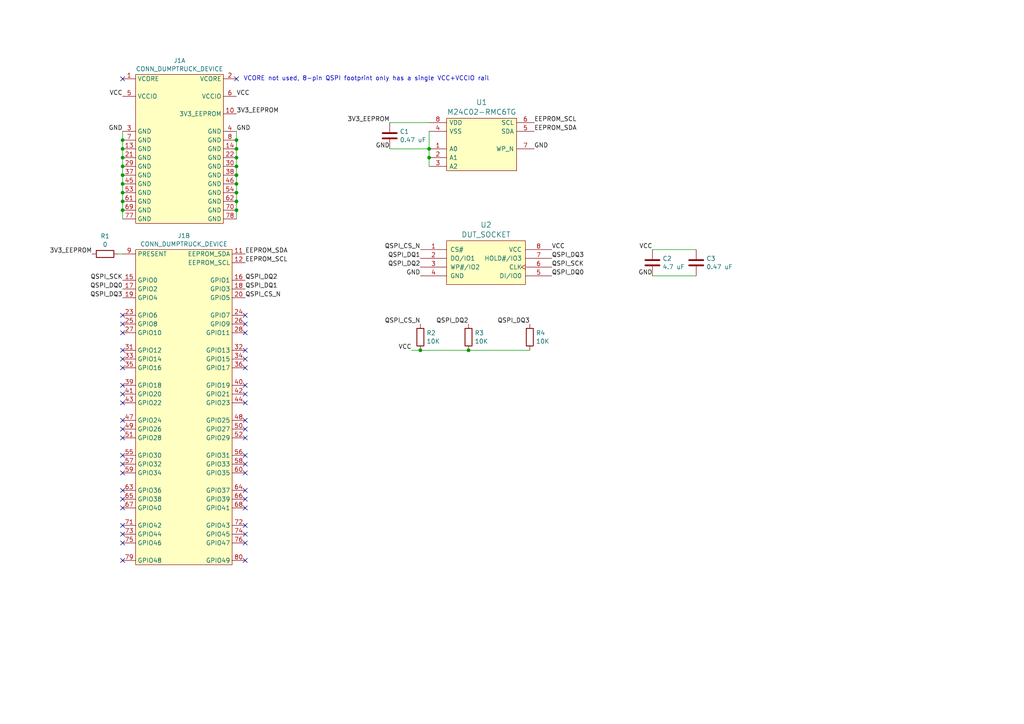
<source format=kicad_sch>
(kicad_sch (version 20231120) (generator "eeschema") (generator_version "8.0")
  (paper "A4")
  (lib_symbols
    (symbol "device:C" (pin_numbers hide) (pin_names (offset 0.254))
      (property "Reference" "C" (at 0.635 2.54 0))
      (property "Value" "C" (at 0.635 -2.54 0))
      (symbol "C_0_1"
        (polyline (pts (xy -2.032 -0.762) (xy 2.032 -0.762)) (stroke (width 0.508)))
        (polyline (pts (xy -2.032 0.762) (xy 2.032 0.762)) (stroke (width 0.508)))
      )
      (symbol "C_1_1"
        (pin passive line (at 0 3.81 270) (length 2.794) (name "~") (number "1"))
        (pin passive line (at 0 -3.81 90) (length 2.794) (name "~") (number "2"))
      )
    )
    (symbol "device:R" (pin_numbers hide) (pin_names (offset 0))
      (property "Reference" "R" (at 2.032 0 90))
      (property "Value" "R" (at 0 0 90))
      (symbol "R_0_1"
        (rectangle (start -1.016 -2.54) (end 1.016 2.54) (stroke (width 0.254)))
      )
      (symbol "R_1_1"
        (pin passive line (at 0 3.81 270) (length 1.27) (name "~") (number "1"))
        (pin passive line (at 0 -3.81 90) (length 1.27) (name "~") (number "2"))
      )
    )
    (symbol "memory-azonenberg:24Cxx-DFN8" (pin_names (offset 0.762))
      (property "Reference" "U" (at 13.97 16.51 0))
      (property "Value" "24Cxx-DFN8" (at 17.78 -1.27 0))
      (symbol "24Cxx-DFN8_1_1"
        (rectangle (start 0 0) (end 20.32 15.24) (fill (type background)))
        (pin input line (at -5.08 6.35 0) (length 5.08) (name "A0") (number "1"))
        (pin input line (at -5.08 3.81 0) (length 5.08) (name "A1") (number "2"))
        (pin input line (at -5.08 1.27 0) (length 5.08) (name "A2") (number "3"))
        (pin power_in line (at -5.08 11.43 0) (length 5.08) (name "VSS") (number "4"))
        (pin bidirectional line (at 25.4 11.43 180) (length 5.08) (name "SDA") (number "5"))
        (pin input line (at 25.4 13.97 180) (length 5.08) (name "SCL") (number "6"))
        (pin input line (at 25.4 6.35 180) (length 5.08) (name "WP_N") (number "7"))
        (pin power_in line (at -5.08 13.97 0) (length 5.08) (name "VDD") (number "8"))
      )
    )
    (symbol "memory-azonenberg:W25Q80BV" (pin_names (offset 1.016))
      (property "Reference" "U" (at 0 -1.27 0))
      (property "Value" "W25Q80BV" (at 0 -3.81 0))
      (symbol "W25Q80BV_0_1"
        (rectangle (start -11.43 12.7) (end 11.43 0) (fill (type background)))
      )
      (symbol "W25Q80BV_1_1"
        (pin input line (at -19.05 10.16 0) (length 7.62) (name "CS#") (number "1"))
        (pin bidirectional line (at -19.05 7.62 0) (length 7.62) (name "DO/IO1") (number "2"))
        (pin bidirectional line (at -19.05 5.08 0) (length 7.62) (name "WP#/IO2") (number "3"))
        (pin power_in line (at -19.05 2.54 0) (length 7.62) (name "GND") (number "4"))
        (pin bidirectional line (at 19.05 2.54 180) (length 7.62) (name "DI/IO0") (number "5"))
        (pin input clock (at 19.05 5.08 180) (length 7.62) (name "CLK") (number "6"))
        (pin bidirectional line (at 19.05 7.62 180) (length 7.62) (name "HOLD#/IO3") (number "7"))
        (pin power_in line (at 19.05 10.16 180) (length 7.62) (name "VCC") (number "8"))
      )
    )
    (symbol "special-azonenberg:CONN_DUMPTRUCK_DEVICE"
      (property "Reference" "J" (at 0 -3.048 0))
      (property "Value" "CONN_DUMPTRUCK_DEVICE" (at -0.508 -5.334 0))
      (symbol "CONN_DUMPTRUCK_DEVICE_1_1"
        (rectangle (start 0 43.18) (end 25.4 0) (fill (type background)))
        (pin power_in line (at -3.81 41.91 0) (length 3.81) (name "VCORE") (number "1"))
        (pin power_out line (at 29.21 31.75 180) (length 3.81) (name "3V3_EEPROM") (number "10"))
        (pin power_in line (at -3.81 21.59 0) (length 3.81) (name "GND") (number "13"))
        (pin power_in line (at 29.21 21.59 180) (length 3.81) (name "GND") (number "14"))
        (pin power_out line (at 29.21 41.91 180) (length 3.81) (name "VCORE") (number "2"))
        (pin power_in line (at -3.81 19.05 0) (length 3.81) (name "GND") (number "21"))
        (pin power_in line (at 29.21 19.05 180) (length 3.81) (name "GND") (number "22"))
        (pin power_in line (at -3.81 16.51 0) (length 3.81) (name "GND") (number "29"))
        (pin power_in line (at -3.81 26.67 0) (length 3.81) (name "GND") (number "3"))
        (pin power_in line (at 29.21 16.51 180) (length 3.81) (name "GND") (number "30"))
        (pin power_in line (at -3.81 13.97 0) (length 3.81) (name "GND") (number "37"))
        (pin power_in line (at 29.21 13.97 180) (length 3.81) (name "GND") (number "38"))
        (pin power_out line (at 29.21 26.67 180) (length 3.81) (name "GND") (number "4"))
        (pin power_in line (at -3.81 11.43 0) (length 3.81) (name "GND") (number "45"))
        (pin power_in line (at 29.21 11.43 180) (length 3.81) (name "GND") (number "46"))
        (pin power_in line (at -3.81 36.83 0) (length 3.81) (name "VCCIO") (number "5"))
        (pin power_in line (at -3.81 8.89 0) (length 3.81) (name "GND") (number "53"))
        (pin power_in line (at 29.21 8.89 180) (length 3.81) (name "GND") (number "54"))
        (pin power_out line (at 29.21 36.83 180) (length 3.81) (name "VCCIO") (number "6"))
        (pin power_in line (at -3.81 6.35 0) (length 3.81) (name "GND") (number "61"))
        (pin power_in line (at 29.21 6.35 180) (length 3.81) (name "GND") (number "62"))
        (pin power_in line (at -3.81 3.81 0) (length 3.81) (name "GND") (number "69"))
        (pin power_in line (at -3.81 24.13 0) (length 3.81) (name "GND") (number "7"))
        (pin power_in line (at 29.21 3.81 180) (length 3.81) (name "GND") (number "70"))
        (pin power_in line (at -3.81 1.27 0) (length 3.81) (name "GND") (number "77"))
        (pin power_in line (at 29.21 1.27 180) (length 3.81) (name "GND") (number "78"))
        (pin power_in line (at 29.21 24.13 180) (length 3.81) (name "GND") (number "8"))
      )
      (symbol "CONN_DUMPTRUCK_DEVICE_2_1"
        (rectangle (start 0 91.44) (end 27.94 0) (fill (type background)))
        (pin bidirectional line (at 31.75 90.17 180) (length 3.81) (name "EEPROM_SDA") (number "11"))
        (pin bidirectional line (at 31.75 87.63 180) (length 3.81) (name "EEPROM_SCL") (number "12"))
        (pin bidirectional line (at -3.81 82.55 0) (length 3.81) (name "GPIO0") (number "15"))
        (pin bidirectional line (at 31.75 82.55 180) (length 3.81) (name "GPIO1") (number "16"))
        (pin bidirectional line (at -3.81 80.01 0) (length 3.81) (name "GPIO2") (number "17"))
        (pin bidirectional line (at 31.75 80.01 180) (length 3.81) (name "GPIO3") (number "18"))
        (pin bidirectional line (at -3.81 77.47 0) (length 3.81) (name "GPIO4") (number "19"))
        (pin bidirectional line (at 31.75 77.47 180) (length 3.81) (name "GPIO5") (number "20"))
        (pin bidirectional line (at -3.81 72.39 0) (length 3.81) (name "GPIO6") (number "23"))
        (pin bidirectional line (at 31.75 72.39 180) (length 3.81) (name "GPIO7") (number "24"))
        (pin bidirectional line (at -3.81 69.85 0) (length 3.81) (name "GPIO8") (number "25"))
        (pin bidirectional line (at 31.75 69.85 180) (length 3.81) (name "GPIO9") (number "26"))
        (pin bidirectional line (at -3.81 67.31 0) (length 3.81) (name "GPIO10") (number "27"))
        (pin bidirectional line (at 31.75 67.31 180) (length 3.81) (name "GPIO11") (number "28"))
        (pin bidirectional line (at -3.81 62.23 0) (length 3.81) (name "GPIO12") (number "31"))
        (pin bidirectional line (at 31.75 62.23 180) (length 3.81) (name "GPIO13") (number "32"))
        (pin bidirectional line (at -3.81 59.69 0) (length 3.81) (name "GPIO14") (number "33"))
        (pin bidirectional line (at 31.75 59.69 180) (length 3.81) (name "GPIO15") (number "34"))
        (pin bidirectional line (at -3.81 57.15 0) (length 3.81) (name "GPIO16") (number "35"))
        (pin bidirectional line (at 31.75 57.15 180) (length 3.81) (name "GPIO17") (number "36"))
        (pin bidirectional line (at -3.81 52.07 0) (length 3.81) (name "GPIO18") (number "39"))
        (pin bidirectional line (at 31.75 52.07 180) (length 3.81) (name "GPIO19") (number "40"))
        (pin bidirectional line (at -3.81 49.53 0) (length 3.81) (name "GPIO20") (number "41"))
        (pin bidirectional line (at 31.75 49.53 180) (length 3.81) (name "GPIO21") (number "42"))
        (pin bidirectional line (at -3.81 46.99 0) (length 3.81) (name "GPIO22") (number "43"))
        (pin bidirectional line (at 31.75 46.99 180) (length 3.81) (name "GPIO23") (number "44"))
        (pin bidirectional line (at -3.81 41.91 0) (length 3.81) (name "GPIO24") (number "47"))
        (pin bidirectional line (at 31.75 41.91 180) (length 3.81) (name "GPIO25") (number "48"))
        (pin bidirectional line (at -3.81 39.37 0) (length 3.81) (name "GPIO26") (number "49"))
        (pin bidirectional line (at 31.75 39.37 180) (length 3.81) (name "GPIO27") (number "50"))
        (pin bidirectional line (at -3.81 36.83 0) (length 3.81) (name "GPIO28") (number "51"))
        (pin bidirectional line (at 31.75 36.83 180) (length 3.81) (name "GPIO29") (number "52"))
        (pin bidirectional line (at -3.81 31.75 0) (length 3.81) (name "GPIO30") (number "55"))
        (pin bidirectional line (at 31.75 31.75 180) (length 3.81) (name "GPIO31") (number "56"))
        (pin bidirectional line (at -3.81 29.21 0) (length 3.81) (name "GPIO32") (number "57"))
        (pin bidirectional line (at 31.75 29.21 180) (length 3.81) (name "GPIO33") (number "58"))
        (pin bidirectional line (at -3.81 26.67 0) (length 3.81) (name "GPIO34") (number "59"))
        (pin bidirectional line (at 31.75 26.67 180) (length 3.81) (name "GPIO35") (number "60"))
        (pin bidirectional line (at -3.81 21.59 0) (length 3.81) (name "GPIO36") (number "63"))
        (pin bidirectional line (at 31.75 21.59 180) (length 3.81) (name "GPIO37") (number "64"))
        (pin bidirectional line (at -3.81 19.05 0) (length 3.81) (name "GPIO38") (number "65"))
        (pin bidirectional line (at 31.75 19.05 180) (length 3.81) (name "GPIO39") (number "66"))
        (pin bidirectional line (at -3.81 16.51 0) (length 3.81) (name "GPIO40") (number "67"))
        (pin bidirectional line (at 31.75 16.51 180) (length 3.81) (name "GPIO41") (number "68"))
        (pin bidirectional line (at -3.81 11.43 0) (length 3.81) (name "GPIO42") (number "71"))
        (pin bidirectional line (at 31.75 11.43 180) (length 3.81) (name "GPIO43") (number "72"))
        (pin bidirectional line (at -3.81 8.89 0) (length 3.81) (name "GPIO44") (number "73"))
        (pin bidirectional line (at 31.75 8.89 180) (length 3.81) (name "GPIO45") (number "74"))
        (pin bidirectional line (at -3.81 6.35 0) (length 3.81) (name "GPIO46") (number "75"))
        (pin bidirectional line (at 31.75 6.35 180) (length 3.81) (name "GPIO47") (number "76"))
        (pin bidirectional line (at -3.81 1.27 0) (length 3.81) (name "GPIO48") (number "79"))
        (pin bidirectional line (at 31.75 1.27 180) (length 3.81) (name "GPIO49") (number "80"))
        (pin bidirectional line (at -3.81 90.17 0) (length 3.81) (name "PRESENT") (number "9"))
      )
    )
  )
  (junction (at 35.56 48.26))
  (junction (at 35.56 58.42))
  (junction (at 35.56 40.64))
  (junction (at 68.58 50.8))
  (junction (at 68.58 45.72))
  (junction (at 68.58 53.34))
  (junction (at 35.56 45.72))
  (junction (at 68.58 43.18))
  (junction (at 35.56 60.96))
  (junction (at 68.58 55.88))
  (junction (at 121.92 101.6))
  (junction (at 124.46 45.72))
  (junction (at 124.46 43.18))
  (junction (at 68.58 48.26))
  (junction (at 68.58 60.96))
  (junction (at 35.56 53.34))
  (junction (at 35.56 50.8))
  (junction (at 68.58 40.64))
  (junction (at 68.58 58.42))
  (junction (at 35.56 43.18))
  (junction (at 135.89 101.6))
  (junction (at 35.56 55.88))
  (no_connect (at 35.56 124.46))
  (no_connect (at 35.56 104.14))
  (no_connect (at 71.12 162.56))
  (no_connect (at 35.56 91.44))
  (no_connect (at 71.12 106.68))
  (no_connect (at 35.56 116.84))
  (no_connect (at 35.56 134.62))
  (no_connect (at 71.12 152.4))
  (no_connect (at 35.56 154.94))
  (no_connect (at 35.56 93.98))
  (no_connect (at 71.12 93.98))
  (no_connect (at 35.56 106.68))
  (no_connect (at 71.12 121.92))
  (no_connect (at 35.56 22.86))
  (no_connect (at 35.56 144.78))
  (no_connect (at 35.56 162.56))
  (no_connect (at 35.56 152.4))
  (no_connect (at 71.12 132.08))
  (no_connect (at 35.56 132.08))
  (no_connect (at 35.56 121.92))
  (no_connect (at 71.12 147.32))
  (no_connect (at 71.12 111.76))
  (no_connect (at 35.56 137.16))
  (no_connect (at 71.12 154.94))
  (no_connect (at 71.12 137.16))
  (no_connect (at 71.12 114.3))
  (no_connect (at 71.12 91.44))
  (no_connect (at 35.56 111.76))
  (no_connect (at 35.56 147.32))
  (no_connect (at 35.56 96.52))
  (no_connect (at 71.12 127))
  (no_connect (at 35.56 157.48))
  (no_connect (at 71.12 134.62))
  (no_connect (at 71.12 96.52))
  (no_connect (at 35.56 114.3))
  (no_connect (at 35.56 127))
  (no_connect (at 68.58 22.86))
  (no_connect (at 71.12 157.48))
  (no_connect (at 35.56 101.6))
  (no_connect (at 71.12 124.46))
  (no_connect (at 71.12 116.84))
  (no_connect (at 71.12 142.24))
  (no_connect (at 71.12 144.78))
  (no_connect (at 71.12 104.14))
  (no_connect (at 71.12 101.6))
  (no_connect (at 35.56 142.24))
  (wire (pts (xy 35.56 40.64) (xy 35.56 43.18)))
  (wire (pts (xy 68.58 48.26) (xy 68.58 50.8)))
  (wire (pts (xy 68.58 40.64) (xy 68.58 43.18)))
  (wire (pts (xy 35.56 38.1) (xy 35.56 40.64)))
  (wire (pts (xy 68.58 60.96) (xy 68.58 63.5)))
  (wire (pts (xy 35.56 53.34) (xy 35.56 55.88)))
  (wire (pts (xy 35.56 55.88) (xy 35.56 58.42)))
  (wire (pts (xy 68.58 43.18) (xy 68.58 45.72)))
  (wire (pts (xy 68.58 50.8) (xy 68.58 53.34)))
  (wire (pts (xy 35.56 50.8) (xy 35.56 53.34)))
  (wire (pts (xy 189.23 80.01) (xy 201.93 80.01)))
  (wire (pts (xy 68.58 58.42) (xy 68.58 60.96)))
  (wire (pts (xy 35.56 43.18) (xy 35.56 45.72)))
  (wire (pts (xy 68.58 55.88) (xy 68.58 58.42)))
  (wire (pts (xy 34.29 73.66) (xy 35.56 73.66)))
  (wire (pts (xy 121.92 101.6) (xy 135.89 101.6)))
  (wire (pts (xy 35.56 45.72) (xy 35.56 48.26)))
  (wire (pts (xy 113.03 35.56) (xy 124.46 35.56)))
  (wire (pts (xy 113.03 43.18) (xy 124.46 43.18)))
  (wire (pts (xy 124.46 43.18) (xy 124.46 45.72)))
  (wire (pts (xy 35.56 58.42) (xy 35.56 60.96)))
  (wire (pts (xy 68.58 53.34) (xy 68.58 55.88)))
  (wire (pts (xy 119.38 101.6) (xy 121.92 101.6)))
  (wire (pts (xy 35.56 48.26) (xy 35.56 50.8)))
  (wire (pts (xy 124.46 38.1) (xy 124.46 43.18)))
  (wire (pts (xy 135.89 101.6) (xy 153.67 101.6)))
  (wire (pts (xy 124.46 45.72) (xy 124.46 48.26)))
  (wire (pts (xy 189.23 72.39) (xy 201.93 72.39)))
  (wire (pts (xy 35.56 60.96) (xy 35.56 63.5)))
  (wire (pts (xy 68.58 45.72) (xy 68.58 48.26)))
  (wire (pts (xy 68.58 38.1) (xy 68.58 40.64)))
  (text "VCORE not used, 8-pin QSPI footprint only has a single VCC+VCCIO rail" (at 70.612 22.86 0) (effects (font (size 1.27 1.27)) (justify left)))
  (label "GND" (at 189.23 80.01 180))
  (label "3V3_EEPROM" (at 26.67 73.66 180))
  (label "QSPI_DQ3" (at 35.56 86.36 180))
  (label "QSPI_DQ3" (at 160.02 74.93 0))
  (label "QSPI_DQ0" (at 160.02 80.01 0))
  (label "QSPI_SCK" (at 160.02 77.47 0))
  (label "QSPI_DQ2" (at 71.12 81.28 0))
  (label "QSPI_CS_N" (at 121.92 72.39 180))
  (label "QSPI_DQ0" (at 35.56 83.82 180))
  (label "3V3_EEPROM" (at 68.58 33.02 0))
  (label "QSPI_DQ2" (at 135.89 93.98 180))
  (label "EEPROM_SDA" (at 71.12 73.66 0))
  (label "QSPI_SCK" (at 35.56 81.28 180))
  (label "VCC" (at 160.02 72.39 0))
  (label "QSPI_DQ2" (at 121.92 77.47 180))
  (label "3V3_EEPROM" (at 113.03 35.56 180))
  (label "QSPI_DQ1" (at 71.12 83.82 0))
  (label "VCC" (at 35.56 27.94 180))
  (label "GND" (at 154.94 43.18 0))
  (label "GND" (at 35.56 38.1 180))
  (label "EEPROM_SDA" (at 154.94 38.1 0))
  (label "GND" (at 121.92 80.01 180))
  (label "QSPI_DQ3" (at 153.67 93.98 180))
  (label "VCC" (at 189.23 72.39 180))
  (label "VCC" (at 119.38 101.6 180))
  (label "QSPI_CS_N" (at 121.92 93.98 180))
  (label "QSPI_DQ1" (at 121.92 74.93 180))
  (label "EEPROM_SCL" (at 154.94 35.56 0))
  (label "GND" (at 113.03 43.18 180))
  (label "EEPROM_SCL" (at 71.12 76.2 0))
  (label "GND" (at 68.58 38.1 0))
  (label "VCC" (at 68.58 27.94 0))
  (label "QSPI_CS_N" (at 71.12 86.36 0))
  (symbol (lib_id "special-azonenberg:CONN_DUMPTRUCK_DEVICE") (at 39.37 64.77 0) (unit 1)
    (property "Reference" "J1" (at 52.07 17.5725 0))
    (property "Value" "CONN_DUMPTRUCK_DEVICE" (at 52.07 19.9968 0))
    (property "Footprint" "azonenberg_pcb:CONN_SAMTEC_BSE-040-01-L-D-A-TR" (effects (hide yes)))
  )
  (symbol (lib_id "device:R") (at 153.67 97.79 0) (unit 1)
    (property "Reference" "R4" (at 155.448 96.5778 0) (effects (justify left)))
    (property "Value" "10K" (at 155.448 99.0021 0) (effects (justify left)))
    (property "Footprint" "azonenberg_pcb:EIA_0402_RES_NOSILK" (effects (hide yes)))
    (property "Description" "Resistor" (effects (hide yes)))
  )
  (symbol (lib_id "device:C") (at 113.03 39.37 0) (unit 1)
    (property "Reference" "C1" (at 115.951 38.1578 0) (effects (justify left)))
    (property "Value" "0.47 uF" (at 115.951 40.5821 0) (effects (justify left)))
    (property "Footprint" "azonenberg_pcb:EIA_0402_CAP_NOSILK" (effects (hide yes)))
    (property "Description" "Unpolarized capacitor" (effects (hide yes)))
  )
  (symbol (lib_id "special-azonenberg:CONN_DUMPTRUCK_DEVICE") (at 39.37 163.83 0) (unit 2)
    (property "Reference" "J1" (at 53.34 68.3725 0))
    (property "Value" "CONN_DUMPTRUCK_DEVICE" (at 53.34 70.7968 0))
    (property "Footprint" "azonenberg_pcb:CONN_SAMTEC_BSE-040-01-L-D-A-TR" (effects (hide yes)))
  )
  (symbol (lib_id "memory-azonenberg:24Cxx-DFN8") (at 129.54 49.53 0) (unit 1)
    (property "Reference" "U1" (at 139.7 29.6596 0) (effects (font (size 1.524 1.524))))
    (property "Value" "M24C02-RMC6TG" (at 139.7 32.4925 0) (effects (font (size 1.524 1.524))))
    (property "Footprint" "azonenberg_pcb:DFN_8_0.5MM_2x3MM_TALL" (effects (hide yes)))
    (property "Description" "I2C Serial EEPROM with MAC address" (effects (hide yes)))
  )
  (symbol (lib_id "device:R") (at 135.89 97.79 0) (unit 1)
    (property "Reference" "R3" (at 137.668 96.5778 0) (effects (justify left)))
    (property "Value" "10K" (at 137.668 99.0021 0) (effects (justify left)))
    (property "Footprint" "azonenberg_pcb:EIA_0402_RES_NOSILK" (effects (hide yes)))
    (property "Description" "Resistor" (effects (hide yes)))
  )
  (symbol (lib_id "device:C") (at 189.23 76.2 0) (unit 1)
    (property "Reference" "C2" (at 192.151 74.9878 0) (effects (justify left)))
    (property "Value" "4.7 uF" (at 192.151 77.4121 0) (effects (justify left)))
    (property "Footprint" "azonenberg_pcb:EIA_0603_CAP_NOSILK" (effects (hide yes)))
    (property "Description" "Unpolarized capacitor" (effects (hide yes)))
  )
  (symbol (lib_id "device:C") (at 201.93 76.2 0) (unit 1)
    (property "Reference" "C3" (at 204.851 74.9878 0) (effects (justify left)))
    (property "Value" "0.47 uF" (at 204.851 77.4121 0) (effects (justify left)))
    (property "Footprint" "azonenberg_pcb:EIA_0402_CAP_NOSILK" (effects (hide yes)))
    (property "Description" "Unpolarized capacitor" (effects (hide yes)))
  )
  (symbol (lib_id "device:R") (at 121.92 97.79 0) (unit 1)
    (property "Reference" "R2" (at 123.698 96.5778 0) (effects (justify left)))
    (property "Value" "10K" (at 123.698 99.0021 0) (effects (justify left)))
    (property "Footprint" "azonenberg_pcb:EIA_0402_RES_NOSILK" (effects (hide yes)))
    (property "Description" "Resistor" (effects (hide yes)))
  )
  (symbol (lib_id "memory-azonenberg:W25Q80BV") (at 140.97 82.55 0) (unit 1)
    (property "Reference" "U2" (at 140.97 65.2196 0) (effects (font (size 1.524 1.524))))
    (property "Value" "DUT_SOCKET" (at 140.97 68.0525 0) (effects (font (size 1.524 1.524))))
    (property "Footprint" "azonenberg_pcb:DIP_8_2.54MM_7.62MM" (effects (hide yes)))
  )
  (symbol (lib_id "device:R") (at 30.48 73.66 90) (unit 1)
    (property "Reference" "R1" (at 30.48 68.4995 90))
    (property "Value" "0" (at 30.48 70.9238 90))
    (property "Footprint" "azonenberg_pcb:EIA_0402_RES_NOSILK" (effects (hide yes)))
    (property "Description" "Resistor" (effects (hide yes)))
  )
)
</source>
